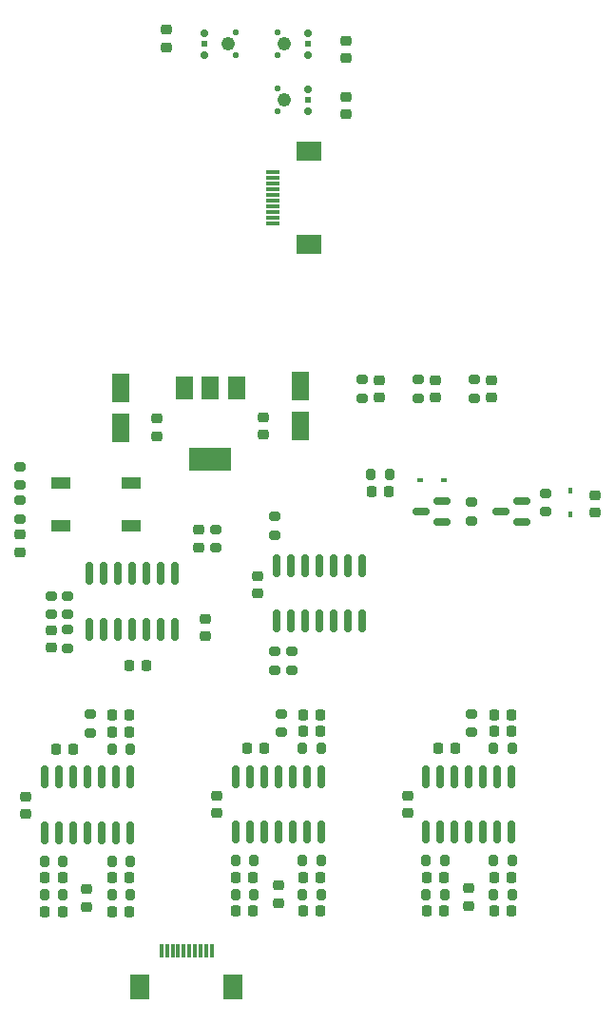
<source format=gbr>
%TF.GenerationSoftware,KiCad,Pcbnew,(6.0.8)*%
%TF.CreationDate,2022-11-07T12:30:50+02:00*%
%TF.ProjectId,inzynierka,696e7a79-6e69-4657-926b-612e6b696361,rev?*%
%TF.SameCoordinates,Original*%
%TF.FileFunction,Paste,Top*%
%TF.FilePolarity,Positive*%
%FSLAX46Y46*%
G04 Gerber Fmt 4.6, Leading zero omitted, Abs format (unit mm)*
G04 Created by KiCad (PCBNEW (6.0.8)) date 2022-11-07 12:30:50*
%MOMM*%
%LPD*%
G01*
G04 APERTURE LIST*
G04 Aperture macros list*
%AMRoundRect*
0 Rectangle with rounded corners*
0 $1 Rounding radius*
0 $2 $3 $4 $5 $6 $7 $8 $9 X,Y pos of 4 corners*
0 Add a 4 corners polygon primitive as box body*
4,1,4,$2,$3,$4,$5,$6,$7,$8,$9,$2,$3,0*
0 Add four circle primitives for the rounded corners*
1,1,$1+$1,$2,$3*
1,1,$1+$1,$4,$5*
1,1,$1+$1,$6,$7*
1,1,$1+$1,$8,$9*
0 Add four rect primitives between the rounded corners*
20,1,$1+$1,$2,$3,$4,$5,0*
20,1,$1+$1,$4,$5,$6,$7,0*
20,1,$1+$1,$6,$7,$8,$9,0*
20,1,$1+$1,$8,$9,$2,$3,0*%
G04 Aperture macros list end*
%ADD10R,1.700000X1.000000*%
%ADD11RoundRect,0.225000X0.225000X0.250000X-0.225000X0.250000X-0.225000X-0.250000X0.225000X-0.250000X0*%
%ADD12RoundRect,0.200000X-0.275000X0.200000X-0.275000X-0.200000X0.275000X-0.200000X0.275000X0.200000X0*%
%ADD13RoundRect,0.200000X-0.200000X-0.275000X0.200000X-0.275000X0.200000X0.275000X-0.200000X0.275000X0*%
%ADD14RoundRect,0.150000X0.587500X0.150000X-0.587500X0.150000X-0.587500X-0.150000X0.587500X-0.150000X0*%
%ADD15RoundRect,0.218750X-0.256250X0.218750X-0.256250X-0.218750X0.256250X-0.218750X0.256250X0.218750X0*%
%ADD16RoundRect,0.225000X-0.225000X-0.250000X0.225000X-0.250000X0.225000X0.250000X-0.225000X0.250000X0*%
%ADD17RoundRect,0.250000X0.550000X-1.050000X0.550000X1.050000X-0.550000X1.050000X-0.550000X-1.050000X0*%
%ADD18RoundRect,0.225000X0.250000X-0.225000X0.250000X0.225000X-0.250000X0.225000X-0.250000X-0.225000X0*%
%ADD19R,1.500000X2.000000*%
%ADD20R,3.800000X2.000000*%
%ADD21RoundRect,0.200000X0.275000X-0.200000X0.275000X0.200000X-0.275000X0.200000X-0.275000X-0.200000X0*%
%ADD22RoundRect,0.225000X-0.250000X0.225000X-0.250000X-0.225000X0.250000X-0.225000X0.250000X0.225000X0*%
%ADD23C,0.723000*%
%ADD24C,0.562000*%
%ADD25C,0.612000*%
%ADD26C,1.224000*%
%ADD27RoundRect,0.200000X0.200000X0.275000X-0.200000X0.275000X-0.200000X-0.275000X0.200000X-0.275000X0*%
%ADD28RoundRect,0.218750X0.218750X0.256250X-0.218750X0.256250X-0.218750X-0.256250X0.218750X-0.256250X0*%
%ADD29RoundRect,0.150000X0.150000X-0.825000X0.150000X0.825000X-0.150000X0.825000X-0.150000X-0.825000X0*%
%ADD30R,0.600000X0.450000*%
%ADD31R,0.300000X1.300000*%
%ADD32R,1.800000X2.200000*%
%ADD33R,0.450000X0.600000*%
%ADD34R,1.300000X0.300000*%
%ADD35R,2.200000X1.800000*%
G04 APERTURE END LIST*
D10*
%TO.C,SW101*%
X84850000Y-91102000D03*
X91150000Y-91102000D03*
X91150000Y-94902000D03*
X84850000Y-94902000D03*
%TD*%
D11*
%TO.C,C310*%
X103025000Y-114700000D03*
X101475000Y-114700000D03*
%TD*%
%TO.C,C203*%
X85025000Y-129250000D03*
X83475000Y-129250000D03*
%TD*%
D12*
%TO.C,R501*%
X121494000Y-92791000D03*
X121494000Y-94441000D03*
%TD*%
D13*
%TO.C,R306*%
X106425000Y-114700000D03*
X108075000Y-114700000D03*
%TD*%
D14*
%TO.C,Q501*%
X118875500Y-94566000D03*
X118875500Y-92666000D03*
X117000500Y-93616000D03*
%TD*%
D13*
%TO.C,R503*%
X112527333Y-90316106D03*
X114177333Y-90316106D03*
%TD*%
D15*
%TO.C,D102*%
X118252333Y-81912500D03*
X118252333Y-83487500D03*
%TD*%
D16*
%TO.C,C409*%
X123475000Y-113200000D03*
X125025000Y-113200000D03*
%TD*%
D17*
%TO.C,C104*%
X106209500Y-86033000D03*
X106209500Y-82433000D03*
%TD*%
D12*
%TO.C,R205*%
X87500000Y-111675000D03*
X87500000Y-113325000D03*
%TD*%
D18*
%TO.C,C402*%
X115750000Y-120475000D03*
X115750000Y-118925000D03*
%TD*%
D17*
%TO.C,C101*%
X90209500Y-86170500D03*
X90209500Y-82570500D03*
%TD*%
D19*
%TO.C,U101*%
X100509500Y-82633000D03*
D20*
X98209500Y-88933000D03*
D19*
X98209500Y-82633000D03*
X95909500Y-82633000D03*
%TD*%
D16*
%TO.C,C209*%
X89475000Y-113250000D03*
X91025000Y-113250000D03*
%TD*%
D21*
%TO.C,R502*%
X128052333Y-93641106D03*
X128052333Y-91991106D03*
%TD*%
D13*
%TO.C,R302*%
X100425000Y-124700000D03*
X102075000Y-124700000D03*
%TD*%
D18*
%TO.C,C102*%
X93459500Y-86895500D03*
X93459500Y-85345500D03*
%TD*%
%TO.C,C204*%
X87152333Y-128791106D03*
X87152333Y-127241106D03*
%TD*%
D22*
%TO.C,C112*%
X81250000Y-95675000D03*
X81250000Y-97225000D03*
%TD*%
D23*
%TO.C,U201*%
X106895000Y-51014106D03*
D24*
X104158000Y-50965106D03*
X104158000Y-52995106D03*
D23*
X106895000Y-52946106D03*
D25*
X106895000Y-51980106D03*
D26*
X104792000Y-51980106D03*
%TD*%
D16*
%TO.C,C205*%
X83475000Y-126250000D03*
X85025000Y-126250000D03*
%TD*%
%TO.C,C207*%
X89475000Y-126250000D03*
X91025000Y-126250000D03*
%TD*%
D21*
%TO.C,R110*%
X121752333Y-83525000D03*
X121752333Y-81875000D03*
%TD*%
%TO.C,R111*%
X81250000Y-94275000D03*
X81250000Y-92625000D03*
%TD*%
D12*
%TO.C,R106*%
X85500000Y-104125000D03*
X85500000Y-105775000D03*
%TD*%
D16*
%TO.C,C305*%
X100475000Y-126200000D03*
X102025000Y-126200000D03*
%TD*%
D21*
%TO.C,R102*%
X103936000Y-107715000D03*
X103936000Y-106065000D03*
%TD*%
D27*
%TO.C,R203*%
X91075000Y-127750000D03*
X89425000Y-127750000D03*
%TD*%
D16*
%TO.C,C107*%
X90945000Y-107330000D03*
X92495000Y-107330000D03*
%TD*%
D13*
%TO.C,R202*%
X83425000Y-124750000D03*
X85075000Y-124750000D03*
%TD*%
D18*
%TO.C,C202*%
X81750000Y-120525000D03*
X81750000Y-118975000D03*
%TD*%
D15*
%TO.C,D101*%
X113250000Y-81912500D03*
X113250000Y-83487500D03*
%TD*%
D28*
%TO.C,D502*%
X114139833Y-91816106D03*
X112564833Y-91816106D03*
%TD*%
D11*
%TO.C,C408*%
X125025000Y-111700000D03*
X123475000Y-111700000D03*
%TD*%
D16*
%TO.C,C405*%
X117475000Y-126200000D03*
X119025000Y-126200000D03*
%TD*%
%TO.C,C309*%
X106475000Y-113200000D03*
X108025000Y-113200000D03*
%TD*%
D23*
%TO.C,U401*%
X106895000Y-56014106D03*
D24*
X104158000Y-55965106D03*
X104158000Y-57995106D03*
D23*
X106895000Y-57946106D03*
D25*
X106895000Y-56980106D03*
D26*
X104792000Y-56980106D03*
%TD*%
D21*
%TO.C,R104*%
X84000000Y-102775000D03*
X84000000Y-101125000D03*
%TD*%
D12*
%TO.C,R105*%
X85500000Y-101125000D03*
X85500000Y-102775000D03*
%TD*%
D18*
%TO.C,C401*%
X110292000Y-58255106D03*
X110292000Y-56705106D03*
%TD*%
D13*
%TO.C,R204*%
X89425000Y-124750000D03*
X91075000Y-124750000D03*
%TD*%
D29*
%TO.C,U402*%
X117440000Y-122175000D03*
X118710000Y-122175000D03*
X119980000Y-122175000D03*
X121250000Y-122175000D03*
X122520000Y-122175000D03*
X123790000Y-122175000D03*
X125060000Y-122175000D03*
X125060000Y-117225000D03*
X123790000Y-117225000D03*
X122520000Y-117225000D03*
X121250000Y-117225000D03*
X119980000Y-117225000D03*
X118710000Y-117225000D03*
X117440000Y-117225000D03*
%TD*%
D22*
%TO.C,C301*%
X94292000Y-50705106D03*
X94292000Y-52255106D03*
%TD*%
D18*
%TO.C,C304*%
X104250000Y-128475000D03*
X104250000Y-126925000D03*
%TD*%
D29*
%TO.C,U102*%
X87410000Y-104095000D03*
X88680000Y-104095000D03*
X89950000Y-104095000D03*
X91220000Y-104095000D03*
X92490000Y-104095000D03*
X93760000Y-104095000D03*
X95030000Y-104095000D03*
X95030000Y-99145000D03*
X93760000Y-99145000D03*
X92490000Y-99145000D03*
X91220000Y-99145000D03*
X89950000Y-99145000D03*
X88680000Y-99145000D03*
X87410000Y-99145000D03*
%TD*%
D16*
%TO.C,C406*%
X123475000Y-129200000D03*
X125025000Y-129200000D03*
%TD*%
D27*
%TO.C,R401*%
X119075000Y-127700000D03*
X117425000Y-127700000D03*
%TD*%
D12*
%TO.C,R103*%
X103936000Y-94065000D03*
X103936000Y-95715000D03*
%TD*%
D21*
%TO.C,R107*%
X111750000Y-83525000D03*
X111750000Y-81875000D03*
%TD*%
D14*
%TO.C,Q502*%
X125987500Y-94566000D03*
X125987500Y-92666000D03*
X124112500Y-93616000D03*
%TD*%
D18*
%TO.C,C201*%
X110292000Y-53255106D03*
X110292000Y-51705106D03*
%TD*%
%TO.C,C404*%
X121250000Y-128725000D03*
X121250000Y-127175000D03*
%TD*%
D12*
%TO.C,R405*%
X121500000Y-111625000D03*
X121500000Y-113275000D03*
%TD*%
D18*
%TO.C,C103*%
X102959500Y-86758000D03*
X102959500Y-85208000D03*
%TD*%
D11*
%TO.C,C410*%
X120025000Y-114700000D03*
X118475000Y-114700000D03*
%TD*%
%TO.C,C308*%
X108025000Y-111700000D03*
X106475000Y-111700000D03*
%TD*%
D16*
%TO.C,C307*%
X106475000Y-126200000D03*
X108025000Y-126200000D03*
%TD*%
D29*
%TO.C,U302*%
X100440000Y-122175000D03*
X101710000Y-122175000D03*
X102980000Y-122175000D03*
X104250000Y-122175000D03*
X105520000Y-122175000D03*
X106790000Y-122175000D03*
X108060000Y-122175000D03*
X108060000Y-117225000D03*
X106790000Y-117225000D03*
X105520000Y-117225000D03*
X104250000Y-117225000D03*
X102980000Y-117225000D03*
X101710000Y-117225000D03*
X100440000Y-117225000D03*
%TD*%
D27*
%TO.C,R403*%
X125075000Y-127700000D03*
X123425000Y-127700000D03*
%TD*%
D11*
%TO.C,C210*%
X86025000Y-114750000D03*
X84475000Y-114750000D03*
%TD*%
D18*
%TO.C,C302*%
X98750000Y-120475000D03*
X98750000Y-118925000D03*
%TD*%
D29*
%TO.C,U103*%
X104126000Y-103365000D03*
X105396000Y-103365000D03*
X106666000Y-103365000D03*
X107936000Y-103365000D03*
X109206000Y-103365000D03*
X110476000Y-103365000D03*
X111746000Y-103365000D03*
X111746000Y-98415000D03*
X110476000Y-98415000D03*
X109206000Y-98415000D03*
X107936000Y-98415000D03*
X106666000Y-98415000D03*
X105396000Y-98415000D03*
X104126000Y-98415000D03*
%TD*%
D27*
%TO.C,R301*%
X102075000Y-127700000D03*
X100425000Y-127700000D03*
%TD*%
D16*
%TO.C,C306*%
X106475000Y-129200000D03*
X108025000Y-129200000D03*
%TD*%
D21*
%TO.C,R108*%
X116752333Y-83525000D03*
X116752333Y-81875000D03*
%TD*%
D16*
%TO.C,C407*%
X123475000Y-126200000D03*
X125025000Y-126200000D03*
%TD*%
%TO.C,C206*%
X89475000Y-129250000D03*
X91025000Y-129250000D03*
%TD*%
D30*
%TO.C,D501*%
X116888000Y-90822000D03*
X118988000Y-90822000D03*
%TD*%
D13*
%TO.C,R402*%
X117425000Y-124700000D03*
X119075000Y-124700000D03*
%TD*%
D15*
%TO.C,D103*%
X97152333Y-95253606D03*
X97152333Y-96828606D03*
%TD*%
D13*
%TO.C,R406*%
X123425000Y-114700000D03*
X125075000Y-114700000D03*
%TD*%
D15*
%TO.C,D104*%
X123252333Y-81912500D03*
X123252333Y-83487500D03*
%TD*%
D12*
%TO.C,R305*%
X104500000Y-111625000D03*
X104500000Y-113275000D03*
%TD*%
D16*
%TO.C,C403*%
X117475000Y-129200000D03*
X119025000Y-129200000D03*
%TD*%
D21*
%TO.C,R109*%
X98652333Y-96866106D03*
X98652333Y-95216106D03*
%TD*%
D13*
%TO.C,R206*%
X89425000Y-114750000D03*
X91075000Y-114750000D03*
%TD*%
%TO.C,R404*%
X123425000Y-124700000D03*
X125075000Y-124700000D03*
%TD*%
D18*
%TO.C,C501*%
X132500000Y-93691106D03*
X132500000Y-92141106D03*
%TD*%
D27*
%TO.C,R303*%
X108075000Y-127700000D03*
X106425000Y-127700000D03*
%TD*%
D31*
%TO.C,J106*%
X93844000Y-132726000D03*
X94344000Y-132726000D03*
X94844000Y-132726000D03*
X95344000Y-132726000D03*
X95844000Y-132726000D03*
X96344000Y-132726000D03*
X96844000Y-132726000D03*
X97344000Y-132726000D03*
X97844000Y-132726000D03*
X98344000Y-132726000D03*
D32*
X100244000Y-135976000D03*
X91944000Y-135976000D03*
%TD*%
D33*
%TO.C,D503*%
X130252333Y-91766106D03*
X130252333Y-93866106D03*
%TD*%
D13*
%TO.C,R304*%
X106425000Y-124700000D03*
X108075000Y-124700000D03*
%TD*%
D12*
%TO.C,R112*%
X81250000Y-89625000D03*
X81250000Y-91275000D03*
%TD*%
D22*
%TO.C,C105*%
X97750000Y-103175000D03*
X97750000Y-104725000D03*
%TD*%
D21*
%TO.C,R101*%
X105436000Y-107715000D03*
X105436000Y-106065000D03*
%TD*%
D29*
%TO.C,U202*%
X83440000Y-122225000D03*
X84710000Y-122225000D03*
X85980000Y-122225000D03*
X87250000Y-122225000D03*
X88520000Y-122225000D03*
X89790000Y-122225000D03*
X91060000Y-122225000D03*
X91060000Y-117275000D03*
X89790000Y-117275000D03*
X88520000Y-117275000D03*
X87250000Y-117275000D03*
X85980000Y-117275000D03*
X84710000Y-117275000D03*
X83440000Y-117275000D03*
%TD*%
D34*
%TO.C,J105*%
X103732249Y-67917857D03*
X103732249Y-67417857D03*
X103732249Y-66917857D03*
X103732249Y-66417857D03*
X103732249Y-65917857D03*
X103732249Y-65417857D03*
X103732249Y-64917857D03*
X103732249Y-64417857D03*
X103732249Y-63917857D03*
X103732249Y-63417857D03*
D35*
X106982249Y-61517857D03*
X106982249Y-69817857D03*
%TD*%
D18*
%TO.C,C106*%
X102436000Y-100915000D03*
X102436000Y-99365000D03*
%TD*%
D23*
%TO.C,U301*%
X97689000Y-52946106D03*
D24*
X100426000Y-52995106D03*
X100426000Y-50965106D03*
D23*
X97689000Y-51014106D03*
D25*
X97689000Y-51980106D03*
D26*
X99792000Y-51980106D03*
%TD*%
D27*
%TO.C,R201*%
X85075000Y-127750000D03*
X83425000Y-127750000D03*
%TD*%
D22*
%TO.C,C108*%
X84000000Y-104175000D03*
X84000000Y-105725000D03*
%TD*%
D11*
%TO.C,C208*%
X91025000Y-111750000D03*
X89475000Y-111750000D03*
%TD*%
D16*
%TO.C,C303*%
X100475000Y-129200000D03*
X102025000Y-129200000D03*
%TD*%
M02*

</source>
